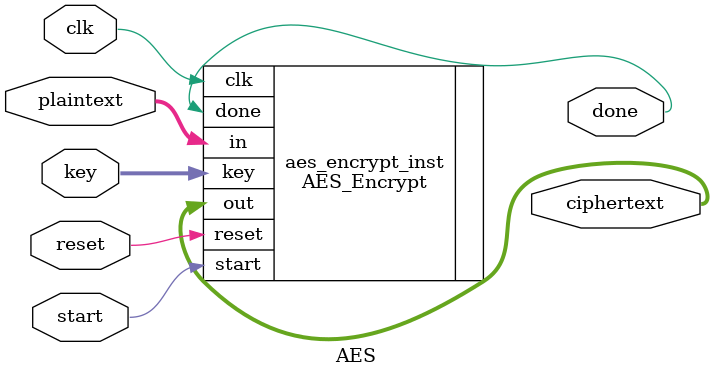
<source format=v>
`timescale 1ns / 1ps

module AES(
    input wire clk,
    input wire reset,
    input wire start,
    input wire [127:0] plaintext,
    input wire [255:0] key,
    output wire [127:0] ciphertext,
    output wire done
);

    AES_Encrypt aes_encrypt_inst(
        .clk(clk),
        .reset(reset),
        .start(start),
        .in(plaintext),
        .key(key),
        .out(ciphertext),
        .done(done)
    );

endmodule
</source>
